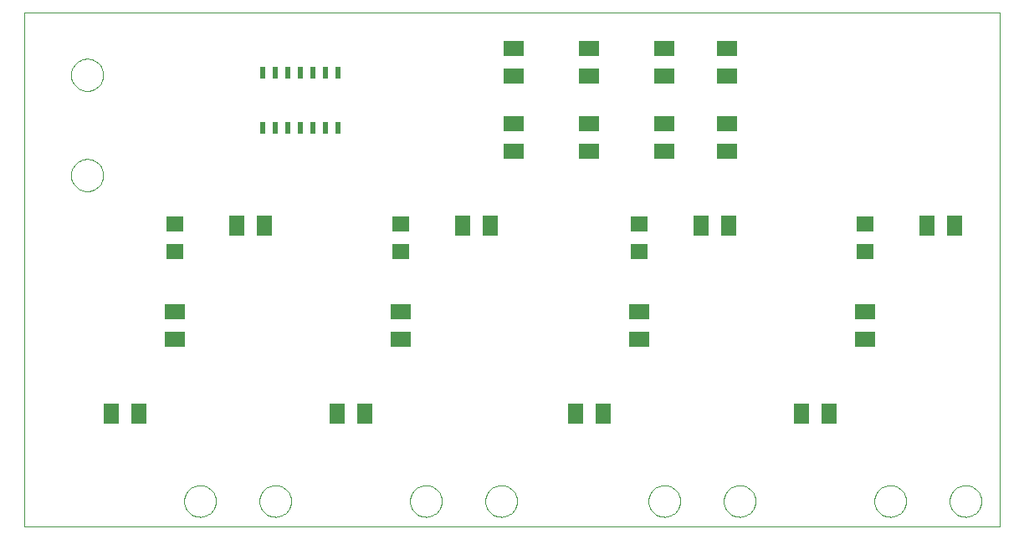
<source format=gtp>
G75*
G70*
%OFA0B0*%
%FSLAX24Y24*%
%IPPOS*%
%LPD*%
%AMOC8*
5,1,8,0,0,1.08239X$1,22.5*
%
%ADD10C,0.0000*%
%ADD11R,0.0787X0.0630*%
%ADD12R,0.0630X0.0787*%
%ADD13R,0.0709X0.0630*%
%ADD14R,0.0236X0.0472*%
D10*
X000704Y003195D02*
X000704Y023691D01*
X039574Y023691D01*
X039574Y003195D01*
X000704Y003195D01*
X007074Y004195D02*
X007076Y004245D01*
X007082Y004295D01*
X007092Y004344D01*
X007106Y004392D01*
X007123Y004439D01*
X007144Y004484D01*
X007169Y004528D01*
X007197Y004569D01*
X007229Y004608D01*
X007263Y004645D01*
X007300Y004679D01*
X007340Y004709D01*
X007382Y004736D01*
X007426Y004760D01*
X007472Y004781D01*
X007519Y004797D01*
X007567Y004810D01*
X007617Y004819D01*
X007666Y004824D01*
X007717Y004825D01*
X007767Y004822D01*
X007816Y004815D01*
X007865Y004804D01*
X007913Y004789D01*
X007959Y004771D01*
X008004Y004749D01*
X008047Y004723D01*
X008088Y004694D01*
X008127Y004662D01*
X008163Y004627D01*
X008195Y004589D01*
X008225Y004549D01*
X008252Y004506D01*
X008275Y004462D01*
X008294Y004416D01*
X008310Y004368D01*
X008322Y004319D01*
X008330Y004270D01*
X008334Y004220D01*
X008334Y004170D01*
X008330Y004120D01*
X008322Y004071D01*
X008310Y004022D01*
X008294Y003974D01*
X008275Y003928D01*
X008252Y003884D01*
X008225Y003841D01*
X008195Y003801D01*
X008163Y003763D01*
X008127Y003728D01*
X008088Y003696D01*
X008047Y003667D01*
X008004Y003641D01*
X007959Y003619D01*
X007913Y003601D01*
X007865Y003586D01*
X007816Y003575D01*
X007767Y003568D01*
X007717Y003565D01*
X007666Y003566D01*
X007617Y003571D01*
X007567Y003580D01*
X007519Y003593D01*
X007472Y003609D01*
X007426Y003630D01*
X007382Y003654D01*
X007340Y003681D01*
X007300Y003711D01*
X007263Y003745D01*
X007229Y003782D01*
X007197Y003821D01*
X007169Y003862D01*
X007144Y003906D01*
X007123Y003951D01*
X007106Y003998D01*
X007092Y004046D01*
X007082Y004095D01*
X007076Y004145D01*
X007074Y004195D01*
X010074Y004195D02*
X010076Y004245D01*
X010082Y004295D01*
X010092Y004344D01*
X010106Y004392D01*
X010123Y004439D01*
X010144Y004484D01*
X010169Y004528D01*
X010197Y004569D01*
X010229Y004608D01*
X010263Y004645D01*
X010300Y004679D01*
X010340Y004709D01*
X010382Y004736D01*
X010426Y004760D01*
X010472Y004781D01*
X010519Y004797D01*
X010567Y004810D01*
X010617Y004819D01*
X010666Y004824D01*
X010717Y004825D01*
X010767Y004822D01*
X010816Y004815D01*
X010865Y004804D01*
X010913Y004789D01*
X010959Y004771D01*
X011004Y004749D01*
X011047Y004723D01*
X011088Y004694D01*
X011127Y004662D01*
X011163Y004627D01*
X011195Y004589D01*
X011225Y004549D01*
X011252Y004506D01*
X011275Y004462D01*
X011294Y004416D01*
X011310Y004368D01*
X011322Y004319D01*
X011330Y004270D01*
X011334Y004220D01*
X011334Y004170D01*
X011330Y004120D01*
X011322Y004071D01*
X011310Y004022D01*
X011294Y003974D01*
X011275Y003928D01*
X011252Y003884D01*
X011225Y003841D01*
X011195Y003801D01*
X011163Y003763D01*
X011127Y003728D01*
X011088Y003696D01*
X011047Y003667D01*
X011004Y003641D01*
X010959Y003619D01*
X010913Y003601D01*
X010865Y003586D01*
X010816Y003575D01*
X010767Y003568D01*
X010717Y003565D01*
X010666Y003566D01*
X010617Y003571D01*
X010567Y003580D01*
X010519Y003593D01*
X010472Y003609D01*
X010426Y003630D01*
X010382Y003654D01*
X010340Y003681D01*
X010300Y003711D01*
X010263Y003745D01*
X010229Y003782D01*
X010197Y003821D01*
X010169Y003862D01*
X010144Y003906D01*
X010123Y003951D01*
X010106Y003998D01*
X010092Y004046D01*
X010082Y004095D01*
X010076Y004145D01*
X010074Y004195D01*
X016074Y004195D02*
X016076Y004245D01*
X016082Y004295D01*
X016092Y004344D01*
X016106Y004392D01*
X016123Y004439D01*
X016144Y004484D01*
X016169Y004528D01*
X016197Y004569D01*
X016229Y004608D01*
X016263Y004645D01*
X016300Y004679D01*
X016340Y004709D01*
X016382Y004736D01*
X016426Y004760D01*
X016472Y004781D01*
X016519Y004797D01*
X016567Y004810D01*
X016617Y004819D01*
X016666Y004824D01*
X016717Y004825D01*
X016767Y004822D01*
X016816Y004815D01*
X016865Y004804D01*
X016913Y004789D01*
X016959Y004771D01*
X017004Y004749D01*
X017047Y004723D01*
X017088Y004694D01*
X017127Y004662D01*
X017163Y004627D01*
X017195Y004589D01*
X017225Y004549D01*
X017252Y004506D01*
X017275Y004462D01*
X017294Y004416D01*
X017310Y004368D01*
X017322Y004319D01*
X017330Y004270D01*
X017334Y004220D01*
X017334Y004170D01*
X017330Y004120D01*
X017322Y004071D01*
X017310Y004022D01*
X017294Y003974D01*
X017275Y003928D01*
X017252Y003884D01*
X017225Y003841D01*
X017195Y003801D01*
X017163Y003763D01*
X017127Y003728D01*
X017088Y003696D01*
X017047Y003667D01*
X017004Y003641D01*
X016959Y003619D01*
X016913Y003601D01*
X016865Y003586D01*
X016816Y003575D01*
X016767Y003568D01*
X016717Y003565D01*
X016666Y003566D01*
X016617Y003571D01*
X016567Y003580D01*
X016519Y003593D01*
X016472Y003609D01*
X016426Y003630D01*
X016382Y003654D01*
X016340Y003681D01*
X016300Y003711D01*
X016263Y003745D01*
X016229Y003782D01*
X016197Y003821D01*
X016169Y003862D01*
X016144Y003906D01*
X016123Y003951D01*
X016106Y003998D01*
X016092Y004046D01*
X016082Y004095D01*
X016076Y004145D01*
X016074Y004195D01*
X019074Y004195D02*
X019076Y004245D01*
X019082Y004295D01*
X019092Y004344D01*
X019106Y004392D01*
X019123Y004439D01*
X019144Y004484D01*
X019169Y004528D01*
X019197Y004569D01*
X019229Y004608D01*
X019263Y004645D01*
X019300Y004679D01*
X019340Y004709D01*
X019382Y004736D01*
X019426Y004760D01*
X019472Y004781D01*
X019519Y004797D01*
X019567Y004810D01*
X019617Y004819D01*
X019666Y004824D01*
X019717Y004825D01*
X019767Y004822D01*
X019816Y004815D01*
X019865Y004804D01*
X019913Y004789D01*
X019959Y004771D01*
X020004Y004749D01*
X020047Y004723D01*
X020088Y004694D01*
X020127Y004662D01*
X020163Y004627D01*
X020195Y004589D01*
X020225Y004549D01*
X020252Y004506D01*
X020275Y004462D01*
X020294Y004416D01*
X020310Y004368D01*
X020322Y004319D01*
X020330Y004270D01*
X020334Y004220D01*
X020334Y004170D01*
X020330Y004120D01*
X020322Y004071D01*
X020310Y004022D01*
X020294Y003974D01*
X020275Y003928D01*
X020252Y003884D01*
X020225Y003841D01*
X020195Y003801D01*
X020163Y003763D01*
X020127Y003728D01*
X020088Y003696D01*
X020047Y003667D01*
X020004Y003641D01*
X019959Y003619D01*
X019913Y003601D01*
X019865Y003586D01*
X019816Y003575D01*
X019767Y003568D01*
X019717Y003565D01*
X019666Y003566D01*
X019617Y003571D01*
X019567Y003580D01*
X019519Y003593D01*
X019472Y003609D01*
X019426Y003630D01*
X019382Y003654D01*
X019340Y003681D01*
X019300Y003711D01*
X019263Y003745D01*
X019229Y003782D01*
X019197Y003821D01*
X019169Y003862D01*
X019144Y003906D01*
X019123Y003951D01*
X019106Y003998D01*
X019092Y004046D01*
X019082Y004095D01*
X019076Y004145D01*
X019074Y004195D01*
X025574Y004195D02*
X025576Y004245D01*
X025582Y004295D01*
X025592Y004344D01*
X025606Y004392D01*
X025623Y004439D01*
X025644Y004484D01*
X025669Y004528D01*
X025697Y004569D01*
X025729Y004608D01*
X025763Y004645D01*
X025800Y004679D01*
X025840Y004709D01*
X025882Y004736D01*
X025926Y004760D01*
X025972Y004781D01*
X026019Y004797D01*
X026067Y004810D01*
X026117Y004819D01*
X026166Y004824D01*
X026217Y004825D01*
X026267Y004822D01*
X026316Y004815D01*
X026365Y004804D01*
X026413Y004789D01*
X026459Y004771D01*
X026504Y004749D01*
X026547Y004723D01*
X026588Y004694D01*
X026627Y004662D01*
X026663Y004627D01*
X026695Y004589D01*
X026725Y004549D01*
X026752Y004506D01*
X026775Y004462D01*
X026794Y004416D01*
X026810Y004368D01*
X026822Y004319D01*
X026830Y004270D01*
X026834Y004220D01*
X026834Y004170D01*
X026830Y004120D01*
X026822Y004071D01*
X026810Y004022D01*
X026794Y003974D01*
X026775Y003928D01*
X026752Y003884D01*
X026725Y003841D01*
X026695Y003801D01*
X026663Y003763D01*
X026627Y003728D01*
X026588Y003696D01*
X026547Y003667D01*
X026504Y003641D01*
X026459Y003619D01*
X026413Y003601D01*
X026365Y003586D01*
X026316Y003575D01*
X026267Y003568D01*
X026217Y003565D01*
X026166Y003566D01*
X026117Y003571D01*
X026067Y003580D01*
X026019Y003593D01*
X025972Y003609D01*
X025926Y003630D01*
X025882Y003654D01*
X025840Y003681D01*
X025800Y003711D01*
X025763Y003745D01*
X025729Y003782D01*
X025697Y003821D01*
X025669Y003862D01*
X025644Y003906D01*
X025623Y003951D01*
X025606Y003998D01*
X025592Y004046D01*
X025582Y004095D01*
X025576Y004145D01*
X025574Y004195D01*
X028574Y004195D02*
X028576Y004245D01*
X028582Y004295D01*
X028592Y004344D01*
X028606Y004392D01*
X028623Y004439D01*
X028644Y004484D01*
X028669Y004528D01*
X028697Y004569D01*
X028729Y004608D01*
X028763Y004645D01*
X028800Y004679D01*
X028840Y004709D01*
X028882Y004736D01*
X028926Y004760D01*
X028972Y004781D01*
X029019Y004797D01*
X029067Y004810D01*
X029117Y004819D01*
X029166Y004824D01*
X029217Y004825D01*
X029267Y004822D01*
X029316Y004815D01*
X029365Y004804D01*
X029413Y004789D01*
X029459Y004771D01*
X029504Y004749D01*
X029547Y004723D01*
X029588Y004694D01*
X029627Y004662D01*
X029663Y004627D01*
X029695Y004589D01*
X029725Y004549D01*
X029752Y004506D01*
X029775Y004462D01*
X029794Y004416D01*
X029810Y004368D01*
X029822Y004319D01*
X029830Y004270D01*
X029834Y004220D01*
X029834Y004170D01*
X029830Y004120D01*
X029822Y004071D01*
X029810Y004022D01*
X029794Y003974D01*
X029775Y003928D01*
X029752Y003884D01*
X029725Y003841D01*
X029695Y003801D01*
X029663Y003763D01*
X029627Y003728D01*
X029588Y003696D01*
X029547Y003667D01*
X029504Y003641D01*
X029459Y003619D01*
X029413Y003601D01*
X029365Y003586D01*
X029316Y003575D01*
X029267Y003568D01*
X029217Y003565D01*
X029166Y003566D01*
X029117Y003571D01*
X029067Y003580D01*
X029019Y003593D01*
X028972Y003609D01*
X028926Y003630D01*
X028882Y003654D01*
X028840Y003681D01*
X028800Y003711D01*
X028763Y003745D01*
X028729Y003782D01*
X028697Y003821D01*
X028669Y003862D01*
X028644Y003906D01*
X028623Y003951D01*
X028606Y003998D01*
X028592Y004046D01*
X028582Y004095D01*
X028576Y004145D01*
X028574Y004195D01*
X034574Y004195D02*
X034576Y004245D01*
X034582Y004295D01*
X034592Y004344D01*
X034606Y004392D01*
X034623Y004439D01*
X034644Y004484D01*
X034669Y004528D01*
X034697Y004569D01*
X034729Y004608D01*
X034763Y004645D01*
X034800Y004679D01*
X034840Y004709D01*
X034882Y004736D01*
X034926Y004760D01*
X034972Y004781D01*
X035019Y004797D01*
X035067Y004810D01*
X035117Y004819D01*
X035166Y004824D01*
X035217Y004825D01*
X035267Y004822D01*
X035316Y004815D01*
X035365Y004804D01*
X035413Y004789D01*
X035459Y004771D01*
X035504Y004749D01*
X035547Y004723D01*
X035588Y004694D01*
X035627Y004662D01*
X035663Y004627D01*
X035695Y004589D01*
X035725Y004549D01*
X035752Y004506D01*
X035775Y004462D01*
X035794Y004416D01*
X035810Y004368D01*
X035822Y004319D01*
X035830Y004270D01*
X035834Y004220D01*
X035834Y004170D01*
X035830Y004120D01*
X035822Y004071D01*
X035810Y004022D01*
X035794Y003974D01*
X035775Y003928D01*
X035752Y003884D01*
X035725Y003841D01*
X035695Y003801D01*
X035663Y003763D01*
X035627Y003728D01*
X035588Y003696D01*
X035547Y003667D01*
X035504Y003641D01*
X035459Y003619D01*
X035413Y003601D01*
X035365Y003586D01*
X035316Y003575D01*
X035267Y003568D01*
X035217Y003565D01*
X035166Y003566D01*
X035117Y003571D01*
X035067Y003580D01*
X035019Y003593D01*
X034972Y003609D01*
X034926Y003630D01*
X034882Y003654D01*
X034840Y003681D01*
X034800Y003711D01*
X034763Y003745D01*
X034729Y003782D01*
X034697Y003821D01*
X034669Y003862D01*
X034644Y003906D01*
X034623Y003951D01*
X034606Y003998D01*
X034592Y004046D01*
X034582Y004095D01*
X034576Y004145D01*
X034574Y004195D01*
X037574Y004195D02*
X037576Y004245D01*
X037582Y004295D01*
X037592Y004344D01*
X037606Y004392D01*
X037623Y004439D01*
X037644Y004484D01*
X037669Y004528D01*
X037697Y004569D01*
X037729Y004608D01*
X037763Y004645D01*
X037800Y004679D01*
X037840Y004709D01*
X037882Y004736D01*
X037926Y004760D01*
X037972Y004781D01*
X038019Y004797D01*
X038067Y004810D01*
X038117Y004819D01*
X038166Y004824D01*
X038217Y004825D01*
X038267Y004822D01*
X038316Y004815D01*
X038365Y004804D01*
X038413Y004789D01*
X038459Y004771D01*
X038504Y004749D01*
X038547Y004723D01*
X038588Y004694D01*
X038627Y004662D01*
X038663Y004627D01*
X038695Y004589D01*
X038725Y004549D01*
X038752Y004506D01*
X038775Y004462D01*
X038794Y004416D01*
X038810Y004368D01*
X038822Y004319D01*
X038830Y004270D01*
X038834Y004220D01*
X038834Y004170D01*
X038830Y004120D01*
X038822Y004071D01*
X038810Y004022D01*
X038794Y003974D01*
X038775Y003928D01*
X038752Y003884D01*
X038725Y003841D01*
X038695Y003801D01*
X038663Y003763D01*
X038627Y003728D01*
X038588Y003696D01*
X038547Y003667D01*
X038504Y003641D01*
X038459Y003619D01*
X038413Y003601D01*
X038365Y003586D01*
X038316Y003575D01*
X038267Y003568D01*
X038217Y003565D01*
X038166Y003566D01*
X038117Y003571D01*
X038067Y003580D01*
X038019Y003593D01*
X037972Y003609D01*
X037926Y003630D01*
X037882Y003654D01*
X037840Y003681D01*
X037800Y003711D01*
X037763Y003745D01*
X037729Y003782D01*
X037697Y003821D01*
X037669Y003862D01*
X037644Y003906D01*
X037623Y003951D01*
X037606Y003998D01*
X037592Y004046D01*
X037582Y004095D01*
X037576Y004145D01*
X037574Y004195D01*
X002564Y017195D02*
X002566Y017245D01*
X002572Y017295D01*
X002582Y017344D01*
X002595Y017393D01*
X002613Y017440D01*
X002634Y017486D01*
X002658Y017529D01*
X002686Y017571D01*
X002717Y017611D01*
X002751Y017648D01*
X002788Y017682D01*
X002828Y017713D01*
X002870Y017741D01*
X002913Y017765D01*
X002959Y017786D01*
X003006Y017804D01*
X003055Y017817D01*
X003104Y017827D01*
X003154Y017833D01*
X003204Y017835D01*
X003254Y017833D01*
X003304Y017827D01*
X003353Y017817D01*
X003402Y017804D01*
X003449Y017786D01*
X003495Y017765D01*
X003538Y017741D01*
X003580Y017713D01*
X003620Y017682D01*
X003657Y017648D01*
X003691Y017611D01*
X003722Y017571D01*
X003750Y017529D01*
X003774Y017486D01*
X003795Y017440D01*
X003813Y017393D01*
X003826Y017344D01*
X003836Y017295D01*
X003842Y017245D01*
X003844Y017195D01*
X003842Y017145D01*
X003836Y017095D01*
X003826Y017046D01*
X003813Y016997D01*
X003795Y016950D01*
X003774Y016904D01*
X003750Y016861D01*
X003722Y016819D01*
X003691Y016779D01*
X003657Y016742D01*
X003620Y016708D01*
X003580Y016677D01*
X003538Y016649D01*
X003495Y016625D01*
X003449Y016604D01*
X003402Y016586D01*
X003353Y016573D01*
X003304Y016563D01*
X003254Y016557D01*
X003204Y016555D01*
X003154Y016557D01*
X003104Y016563D01*
X003055Y016573D01*
X003006Y016586D01*
X002959Y016604D01*
X002913Y016625D01*
X002870Y016649D01*
X002828Y016677D01*
X002788Y016708D01*
X002751Y016742D01*
X002717Y016779D01*
X002686Y016819D01*
X002658Y016861D01*
X002634Y016904D01*
X002613Y016950D01*
X002595Y016997D01*
X002582Y017046D01*
X002572Y017095D01*
X002566Y017145D01*
X002564Y017195D01*
X002564Y021195D02*
X002566Y021245D01*
X002572Y021295D01*
X002582Y021344D01*
X002595Y021393D01*
X002613Y021440D01*
X002634Y021486D01*
X002658Y021529D01*
X002686Y021571D01*
X002717Y021611D01*
X002751Y021648D01*
X002788Y021682D01*
X002828Y021713D01*
X002870Y021741D01*
X002913Y021765D01*
X002959Y021786D01*
X003006Y021804D01*
X003055Y021817D01*
X003104Y021827D01*
X003154Y021833D01*
X003204Y021835D01*
X003254Y021833D01*
X003304Y021827D01*
X003353Y021817D01*
X003402Y021804D01*
X003449Y021786D01*
X003495Y021765D01*
X003538Y021741D01*
X003580Y021713D01*
X003620Y021682D01*
X003657Y021648D01*
X003691Y021611D01*
X003722Y021571D01*
X003750Y021529D01*
X003774Y021486D01*
X003795Y021440D01*
X003813Y021393D01*
X003826Y021344D01*
X003836Y021295D01*
X003842Y021245D01*
X003844Y021195D01*
X003842Y021145D01*
X003836Y021095D01*
X003826Y021046D01*
X003813Y020997D01*
X003795Y020950D01*
X003774Y020904D01*
X003750Y020861D01*
X003722Y020819D01*
X003691Y020779D01*
X003657Y020742D01*
X003620Y020708D01*
X003580Y020677D01*
X003538Y020649D01*
X003495Y020625D01*
X003449Y020604D01*
X003402Y020586D01*
X003353Y020573D01*
X003304Y020563D01*
X003254Y020557D01*
X003204Y020555D01*
X003154Y020557D01*
X003104Y020563D01*
X003055Y020573D01*
X003006Y020586D01*
X002959Y020604D01*
X002913Y020625D01*
X002870Y020649D01*
X002828Y020677D01*
X002788Y020708D01*
X002751Y020742D01*
X002717Y020779D01*
X002686Y020819D01*
X002658Y020861D01*
X002634Y020904D01*
X002613Y020950D01*
X002595Y020997D01*
X002582Y021046D01*
X002572Y021095D01*
X002566Y021145D01*
X002564Y021195D01*
D11*
X006704Y011746D03*
X006704Y010644D03*
X015704Y010644D03*
X015704Y011746D03*
X025204Y011746D03*
X025204Y010644D03*
X034204Y010644D03*
X034204Y011746D03*
X028704Y018144D03*
X028704Y019246D03*
X026204Y019246D03*
X026204Y018144D03*
X023204Y018144D03*
X023204Y019246D03*
X023204Y021144D03*
X023204Y022246D03*
X026204Y022246D03*
X026204Y021144D03*
X028704Y021144D03*
X028704Y022246D03*
X020204Y022246D03*
X020204Y021144D03*
X020204Y019246D03*
X020204Y018144D03*
D12*
X019255Y015195D03*
X018153Y015195D03*
X010255Y015195D03*
X009153Y015195D03*
X005255Y007695D03*
X004153Y007695D03*
X013153Y007695D03*
X014255Y007695D03*
X022653Y007695D03*
X023755Y007695D03*
X031653Y007695D03*
X032755Y007695D03*
X036653Y015195D03*
X037755Y015195D03*
X028755Y015195D03*
X027653Y015195D03*
D13*
X025204Y015246D03*
X025204Y014144D03*
X034204Y014144D03*
X034204Y015246D03*
X015704Y015246D03*
X015704Y014144D03*
X006704Y014144D03*
X006704Y015246D03*
D14*
X010204Y019093D03*
X010704Y019093D03*
X011204Y019093D03*
X011704Y019093D03*
X012204Y019093D03*
X012704Y019093D03*
X013204Y019093D03*
X013204Y021297D03*
X012704Y021297D03*
X012204Y021297D03*
X011704Y021297D03*
X011204Y021297D03*
X010704Y021297D03*
X010204Y021297D03*
M02*

</source>
